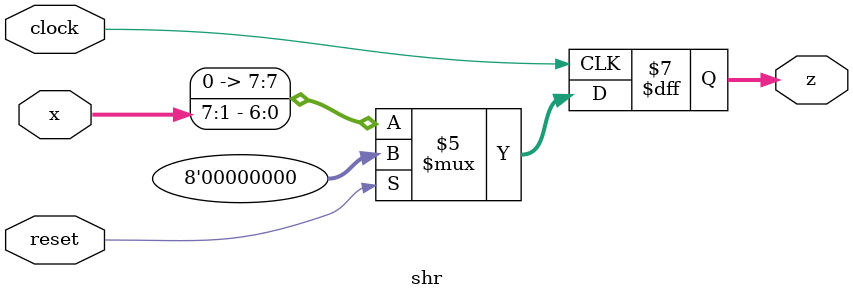
<source format=v>
module shr (clock, reset, x, z);

parameter WIDTH = 8;
parameter SHIFT = 1;

input clock;
input reset;
input [WIDTH - 1 : 0] x;
output [WIDTH - 1 : 0] z;
reg [WIDTH - 1 : 0] z;

always @(posedge clock) begin
  if (!reset) begin
    z <= x >> SHIFT;
  end
  else begin
    z <= 0;
  end
end

endmodule // shr

</source>
